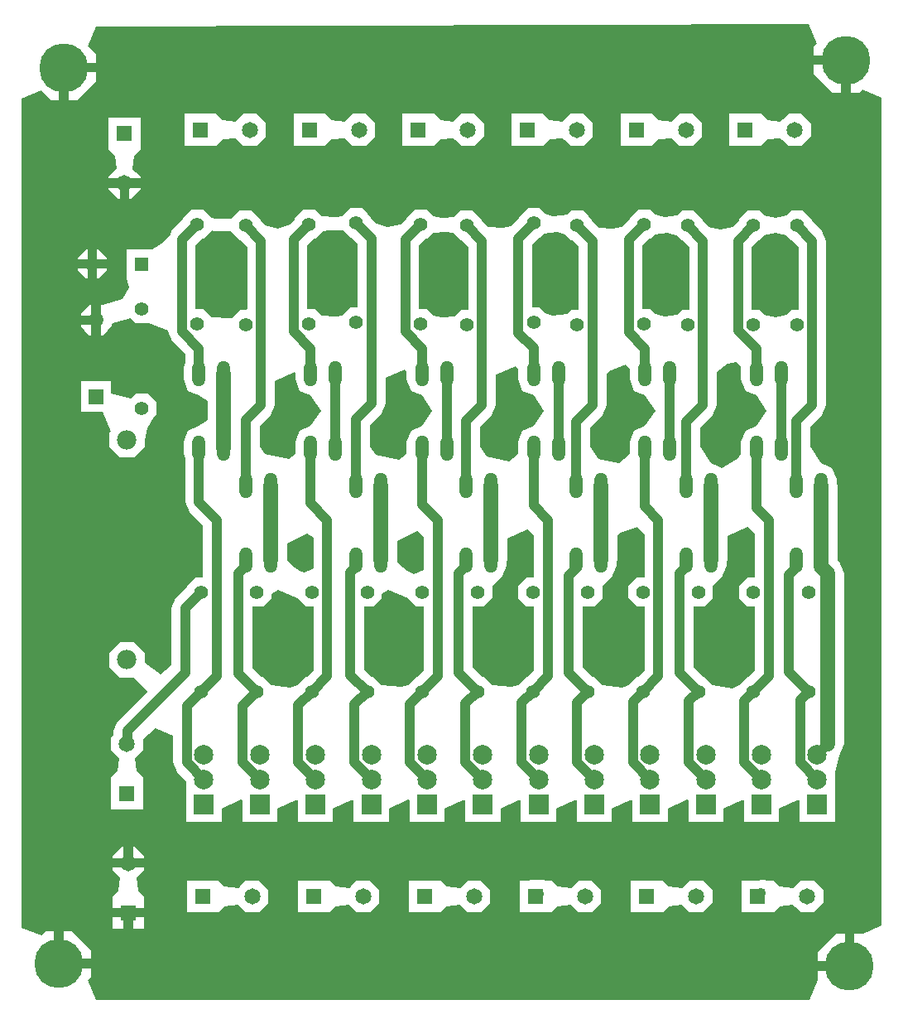
<source format=gbr>
G04*
G04 #@! TF.GenerationSoftware,Altium Limited,Altium Designer,22.4.2 (48)*
G04*
G04 Layer_Physical_Order=1*
G04 Layer_Color=255*
%FSLAX44Y44*%
%MOMM*%
G71*
G04*
G04 #@! TF.SameCoordinates,69224164-BCDE-4545-B53B-617D96EECF20*
G04*
G04*
G04 #@! TF.FilePolarity,Positive*
G04*
G01*
G75*
%ADD28C,1.5000*%
%ADD29C,1.0000*%
%ADD30C,5.0000*%
%ADD31C,1.6500*%
%ADD32R,1.6500X1.6500*%
%ADD33C,1.3500*%
%ADD34R,1.3500X1.3500*%
%ADD35C,1.4000*%
%ADD36O,1.3208X2.6416*%
%ADD37R,1.6500X1.6500*%
%ADD38C,1.9800*%
%ADD39C,1.5000*%
%ADD40R,1.5000X1.5000*%
%ADD41R,1.9950X1.9950*%
%ADD42C,1.9950*%
G36*
X1013992Y1188931D02*
X1010940Y1185879D01*
Y1177210D01*
X1043940D01*
Y1172210D01*
X1048940D01*
Y1139210D01*
X1057609D01*
X1060770Y1142371D01*
X1080770Y1134087D01*
Y288313D01*
X1061419Y279380D01*
X1060770Y279380D01*
X1052750D01*
Y246380D01*
X1047750D01*
Y241380D01*
X1014750D01*
Y232711D01*
X1015371Y232090D01*
X1007087Y212090D01*
X276883D01*
X268599Y232090D01*
X271760Y235251D01*
Y243920D01*
X238760D01*
Y248920D01*
X233760D01*
Y281920D01*
X225091D01*
X220660Y277489D01*
X200660Y285773D01*
X200660Y1132817D01*
X220660Y1141101D01*
X230171Y1131590D01*
X238840D01*
Y1164590D01*
X243840D01*
Y1169590D01*
X276840D01*
Y1178259D01*
X268565Y1186534D01*
X276822Y1206561D01*
X1005681Y1208905D01*
X1013992Y1188931D01*
D02*
G37*
%LPC*%
G36*
X1038940Y1167210D02*
X1010940D01*
Y1158541D01*
X1030271Y1139210D01*
X1038940D01*
Y1167210D01*
D02*
G37*
G36*
X276840Y1159590D02*
X248840D01*
Y1131590D01*
X257509D01*
X276840Y1150921D01*
Y1159590D01*
D02*
G37*
G36*
X957320Y1117340D02*
Y1117340D01*
X924820D01*
Y1084840D01*
X957320D01*
Y1084840D01*
X963669Y1091018D01*
X963669Y1091018D01*
Y1091018D01*
X977320Y1092659D01*
X979137Y1090842D01*
Y1090841D01*
X979539Y1090440D01*
X985139Y1084840D01*
X998601D01*
X1008120Y1094359D01*
Y1107821D01*
X998601Y1117340D01*
X985139D01*
X979539Y1111740D01*
X979137Y1111339D01*
Y1111339D01*
X977320Y1109521D01*
X963669Y1111162D01*
Y1111162D01*
X963669Y1111162D01*
X957320Y1117340D01*
D02*
G37*
G36*
X845814D02*
Y1117340D01*
X813314D01*
Y1084840D01*
X845814D01*
Y1084840D01*
X852163Y1091018D01*
X852163Y1091018D01*
Y1091018D01*
X865814Y1092659D01*
X867632Y1090842D01*
Y1090841D01*
X868033Y1090440D01*
X873633Y1084840D01*
X887095D01*
X896614Y1094359D01*
Y1107821D01*
X887095Y1117340D01*
X873633D01*
X868033Y1111740D01*
X867632Y1111339D01*
Y1111339D01*
X865814Y1109521D01*
X852163Y1111162D01*
Y1111162D01*
X852163Y1111162D01*
X845814Y1117340D01*
D02*
G37*
G36*
X734308D02*
Y1117340D01*
X701808D01*
Y1084840D01*
X734308D01*
Y1084840D01*
X740657Y1091018D01*
X740657Y1091018D01*
Y1091018D01*
X754308Y1092659D01*
X756125Y1090842D01*
Y1090842D01*
X756527Y1090440D01*
X762127Y1084840D01*
X775589D01*
X785108Y1094359D01*
X785108Y1100897D01*
Y1107821D01*
X775589Y1117340D01*
X762127D01*
X756527Y1111740D01*
X756125Y1111339D01*
Y1111339D01*
X754308Y1109521D01*
X740657Y1111162D01*
Y1111162D01*
X740657Y1111162D01*
X734308Y1117340D01*
D02*
G37*
G36*
X622802D02*
Y1117340D01*
X590302D01*
Y1084840D01*
X622802D01*
Y1084840D01*
X629151Y1091018D01*
X629151Y1091018D01*
Y1091018D01*
X642802Y1092659D01*
X644620Y1090842D01*
Y1090842D01*
X645021Y1090440D01*
X650621Y1084840D01*
X664083D01*
X673602Y1094359D01*
X673602Y1100897D01*
Y1107821D01*
X664083Y1117340D01*
X650621D01*
X645021Y1111740D01*
X644620Y1111339D01*
Y1111339D01*
X642802Y1109521D01*
X629151Y1111162D01*
Y1111162D01*
X629151Y1111162D01*
X622802Y1117340D01*
D02*
G37*
G36*
X511296D02*
Y1117340D01*
X478796D01*
Y1084840D01*
X511296D01*
Y1084840D01*
X517645Y1091018D01*
X517645Y1091018D01*
Y1091018D01*
X531296Y1092659D01*
X533114Y1090842D01*
Y1090842D01*
X533515Y1090440D01*
X539115Y1084840D01*
X552577D01*
X562096Y1094359D01*
X562096Y1100897D01*
Y1107821D01*
X552577Y1117340D01*
X539115D01*
X533515Y1111740D01*
X533114Y1111339D01*
Y1111339D01*
X531296Y1109521D01*
X517645Y1111162D01*
Y1111162D01*
X517645Y1111162D01*
X511296Y1117340D01*
D02*
G37*
G36*
X399790D02*
Y1117340D01*
X367290D01*
Y1084840D01*
X399790D01*
Y1084840D01*
X406139Y1091018D01*
X406139Y1091018D01*
Y1091018D01*
X419790Y1092659D01*
X421608Y1090842D01*
Y1090842D01*
X422009Y1090440D01*
X427609Y1084840D01*
X441071D01*
X450590Y1094359D01*
X450590Y1100897D01*
Y1107821D01*
X441071Y1117340D01*
X427609D01*
X422009Y1111740D01*
X421608Y1111339D01*
Y1111339D01*
X419790Y1109521D01*
X406139Y1111162D01*
Y1111162D01*
X406139Y1111162D01*
X399790Y1117340D01*
D02*
G37*
G36*
X322320Y1113530D02*
X289820D01*
Y1081030D01*
X289820D01*
X295998Y1074681D01*
X295998Y1074681D01*
X295998D01*
X297639Y1061030D01*
X295821Y1059212D01*
X295821D01*
X295420Y1058811D01*
X289820Y1053211D01*
Y1051480D01*
X306070D01*
X322320D01*
Y1053211D01*
X317697Y1057834D01*
X314501Y1061030D01*
X316142Y1074681D01*
X316142D01*
X316142Y1074681D01*
X322320Y1081030D01*
X322320D01*
Y1113530D01*
D02*
G37*
G36*
X322320Y1041480D02*
X311070D01*
Y1030230D01*
X312801D01*
X317697Y1035126D01*
X322320Y1039749D01*
Y1041480D01*
D02*
G37*
G36*
X301070D02*
X289820D01*
Y1039749D01*
X299339Y1030230D01*
X301070D01*
Y1041480D01*
D02*
G37*
G36*
X536851Y1020840D02*
X532638Y1016627D01*
X528923Y1012912D01*
X522107Y1012153D01*
X508202Y1012386D01*
X505502Y1015086D01*
X505502Y1015086D01*
X504777Y1015810D01*
X501017Y1019570D01*
X488591D01*
X479804Y1010783D01*
X479804Y1009470D01*
X474580Y1004245D01*
X463317Y1000225D01*
X449505Y1003729D01*
X445034Y1008199D01*
Y1009513D01*
X441603Y1012945D01*
X436247Y1018300D01*
X423821D01*
X418645Y1013124D01*
X415504Y1009983D01*
X399937Y1010501D01*
X395656Y1010643D01*
X395504Y1010783D01*
X390598Y1015689D01*
X390598Y1015689D01*
X390344Y1015944D01*
X386717Y1019570D01*
X374291D01*
X365504Y1010783D01*
Y1009470D01*
X354794Y998760D01*
X352138Y992348D01*
X343985Y984576D01*
X334671Y978680D01*
X330673Y978680D01*
X308300D01*
Y949343D01*
X308300Y949180D01*
X310817Y939694D01*
X303962Y928141D01*
X283280Y921910D01*
X281860D01*
Y906410D01*
Y890910D01*
X283280D01*
X288343Y895973D01*
X292360Y899990D01*
X292562Y900867D01*
X293519Y903810D01*
X302832Y906122D01*
X312019Y908402D01*
X313751Y907096D01*
X312360Y908487D01*
X312360D01*
X317637Y903210D01*
X330063D01*
X330673Y903820D01*
X350673Y895535D01*
Y895096D01*
X354794Y885146D01*
X368199Y871742D01*
Y862965D01*
X366463Y858774D01*
Y845566D01*
X371093Y834389D01*
X382270Y829759D01*
X390893Y823997D01*
Y804143D01*
X382270Y798381D01*
X371093Y793751D01*
X366463Y782574D01*
Y769366D01*
X368199Y765174D01*
Y720598D01*
X372320Y710648D01*
X386487Y696482D01*
Y643650D01*
X378597D01*
X369810Y634863D01*
Y633549D01*
X358350Y622090D01*
X354229Y612140D01*
Y553834D01*
X343253Y544631D01*
X326510Y556693D01*
Y556718D01*
X326510Y556718D01*
X326510Y556847D01*
Y566744D01*
X316024Y577230D01*
X301196D01*
X290710Y566744D01*
Y551915D01*
X301196Y541430D01*
X311093Y541430D01*
X311221D01*
X311221D01*
X315446Y541430D01*
X329179Y526879D01*
X298751Y496450D01*
X294629Y486500D01*
Y482710D01*
X292360Y480441D01*
Y466979D01*
X296983Y462356D01*
X300179Y459160D01*
X298538Y445509D01*
X298538D01*
X298538Y445509D01*
X292360Y439160D01*
X292360D01*
Y406660D01*
X324860D01*
Y439160D01*
X324860D01*
X318682Y445509D01*
X318682Y445509D01*
X318682D01*
X317041Y459160D01*
X318859Y460978D01*
X318859D01*
X319260Y461379D01*
X324860Y466979D01*
Y478415D01*
X337455Y489478D01*
X355753Y481715D01*
Y454406D01*
X359874Y444456D01*
X369375Y434955D01*
Y429435D01*
Y393505D01*
X405325D01*
Y407055D01*
X425325Y416268D01*
X426410Y415341D01*
Y393505D01*
X462360D01*
Y407055D01*
X482360Y416268D01*
X483444Y415340D01*
Y393505D01*
X519394D01*
Y407055D01*
X539394Y416268D01*
X540479Y415341D01*
Y393505D01*
X576428D01*
Y407055D01*
X596429Y416268D01*
X597513Y415341D01*
Y393505D01*
X633463D01*
Y407055D01*
X653463Y416268D01*
X654548Y415341D01*
Y393505D01*
X690498D01*
Y407055D01*
X710498Y416268D01*
X711582Y415340D01*
Y393505D01*
X747532D01*
Y407055D01*
X767532Y416268D01*
X768617Y415341D01*
Y393505D01*
X804567D01*
Y407055D01*
X824567Y416268D01*
X825651Y415341D01*
Y393505D01*
X861601D01*
Y407055D01*
X881601Y416268D01*
X882686Y415340D01*
Y393505D01*
X918636D01*
Y407055D01*
X938636Y416268D01*
X939720Y415341D01*
Y393505D01*
X975670D01*
Y407055D01*
X995670Y416268D01*
X996755Y415341D01*
Y393505D01*
X1032705D01*
Y429455D01*
Y444325D01*
X1037261Y461085D01*
X1042175Y472948D01*
Y647604D01*
X1042175Y647604D01*
X1037261Y659467D01*
X1037261Y659467D01*
X1035317Y661411D01*
Y737870D01*
X1034347Y740211D01*
Y744474D01*
X1029717Y755651D01*
X1025840Y757257D01*
X1018540Y760281D01*
X1007211Y777236D01*
Y797320D01*
X1019600Y809708D01*
X1023721Y819658D01*
Y987564D01*
X1019600Y997514D01*
X1008914Y1008199D01*
Y1009513D01*
X1000127Y1018300D01*
X987701D01*
X982839Y1013438D01*
X971689Y1011056D01*
X960540Y1013438D01*
X955677Y1018300D01*
X943251D01*
X934464Y1009513D01*
Y1008199D01*
X927815Y1001551D01*
X915774Y999117D01*
X903793Y1001561D01*
X897154Y1008199D01*
Y1009513D01*
X888367Y1018300D01*
X875941D01*
X871451Y1013810D01*
X864736Y1012726D01*
X858762Y1011761D01*
X849152Y1014336D01*
X843917Y1019570D01*
X831491D01*
X822704Y1010783D01*
X822704Y1009470D01*
X814786Y1001551D01*
X804855Y999544D01*
X791289Y1001035D01*
X784124Y1008199D01*
Y1009513D01*
X780693Y1012945D01*
X775337Y1018300D01*
X762911D01*
X758793Y1014182D01*
X752755Y1013510D01*
X744604Y1012602D01*
X736494Y1015234D01*
X730887Y1020840D01*
X718461D01*
X709674Y1012053D01*
X709674Y1010740D01*
X701384Y1002449D01*
X693255Y1000403D01*
X677887Y1001407D01*
X671094Y1008199D01*
Y1009513D01*
X662307Y1018300D01*
X649881D01*
X646420Y1014839D01*
X643595Y1012014D01*
X630663Y1011197D01*
X622348Y1012540D01*
X620001Y1014886D01*
X620001Y1014886D01*
X619582Y1015305D01*
X615317Y1019570D01*
X602891D01*
X594104Y1010783D01*
X594104Y1009470D01*
X588726Y1004091D01*
X575011Y1001319D01*
X564177Y1004627D01*
X558064Y1010740D01*
Y1012053D01*
X554633Y1015485D01*
X549277Y1020840D01*
X536851D01*
D02*
G37*
G36*
X279160Y978680D02*
X278050D01*
Y968930D01*
X287800D01*
Y970040D01*
X279160Y978680D01*
D02*
G37*
G36*
X268050D02*
X266940D01*
X258300Y970040D01*
Y968930D01*
X268050D01*
Y978680D01*
D02*
G37*
G36*
X287800Y958930D02*
X278050D01*
Y949180D01*
X279160D01*
X287800Y957820D01*
Y958930D01*
D02*
G37*
G36*
X268050D02*
X258300D01*
Y957820D01*
X266940Y949180D01*
X268050D01*
Y958930D01*
D02*
G37*
G36*
X270440Y921910D02*
X261360Y912831D01*
Y911410D01*
X271860D01*
Y921910D01*
X270440D01*
D02*
G37*
G36*
X271860Y901410D02*
X261360D01*
Y899990D01*
X265377Y895973D01*
X270440Y890910D01*
X271860D01*
Y901410D01*
D02*
G37*
G36*
X292360Y843910D02*
X261360D01*
Y812910D01*
X283591D01*
X291875Y792910D01*
X290710Y791745D01*
Y776916D01*
X301196Y766430D01*
X316024D01*
X326510Y776916D01*
Y783082D01*
X328942Y795762D01*
X336189Y807736D01*
X338850Y810397D01*
Y822823D01*
X330063Y831610D01*
X317637D01*
X312360Y826333D01*
X292360Y831297D01*
Y843910D01*
D02*
G37*
G36*
X316611Y368040D02*
X314880D01*
Y356790D01*
X326130D01*
Y358521D01*
X316611Y368040D01*
D02*
G37*
G36*
X304880D02*
X303149D01*
X293630Y358521D01*
Y356790D01*
X304880D01*
Y368040D01*
D02*
G37*
G36*
X884264Y333750D02*
X879641Y329127D01*
X876445Y325931D01*
X862794Y327572D01*
Y327572D01*
X862794Y327572D01*
X856445Y333750D01*
Y333750D01*
X823945D01*
Y301250D01*
X856445D01*
Y301250D01*
X862794Y307428D01*
X862794Y307428D01*
Y307428D01*
X876445Y309069D01*
X878263Y307251D01*
Y307251D01*
X878664Y306850D01*
X884264Y301250D01*
X897726D01*
X907245Y310769D01*
Y324231D01*
X902349Y329127D01*
X897726Y333750D01*
X884264D01*
D02*
G37*
G36*
X326130Y346790D02*
X309880D01*
X293630D01*
Y345059D01*
X299230Y339459D01*
X299632Y339058D01*
X299632D01*
X301449Y337240D01*
X299808Y323589D01*
X299808D01*
X299808Y323589D01*
X293630Y317240D01*
X293630D01*
Y305990D01*
X309880D01*
X326130D01*
Y317240D01*
X326130D01*
X319952Y323589D01*
X319952Y323589D01*
X319952D01*
X318311Y337240D01*
X320129Y339058D01*
X320129D01*
X320530Y339459D01*
X326130Y345059D01*
Y346790D01*
D02*
G37*
G36*
X957020Y334821D02*
X954434Y333750D01*
X937520D01*
Y301250D01*
X970020D01*
Y301250D01*
X976369Y307428D01*
X976369Y307428D01*
Y307428D01*
X990020Y309069D01*
X991837Y307251D01*
Y307251D01*
X992239Y306850D01*
X997839Y301250D01*
X1011301D01*
X1020820Y310769D01*
Y324231D01*
X1015924Y329127D01*
X1011301Y333750D01*
X997839D01*
X993216Y329127D01*
X990020Y325931D01*
X976369Y327572D01*
Y327572D01*
X976369Y327572D01*
X972255Y331576D01*
X970020Y333750D01*
X968026Y333914D01*
X957020Y334821D01*
D02*
G37*
G36*
X402149Y333750D02*
Y333750D01*
X369649D01*
Y301250D01*
X402149D01*
Y301250D01*
X408498Y307428D01*
X408498Y307428D01*
Y307428D01*
X422149Y309069D01*
X423966Y307251D01*
Y307251D01*
X424367Y306850D01*
X429968Y301250D01*
X443430D01*
X452949Y310769D01*
Y324231D01*
X443430Y333750D01*
X429968D01*
X424367Y328150D01*
X423966Y327748D01*
Y327748D01*
X422149Y325931D01*
X408498Y327572D01*
Y327572D01*
X408498Y327572D01*
X402149Y333750D01*
D02*
G37*
G36*
X729557Y334507D02*
X710371Y333750D01*
X710371Y333402D01*
X710371Y333402D01*
Y301250D01*
X742871D01*
Y301250D01*
X749220Y307428D01*
X749220Y307428D01*
Y307428D01*
X762871Y309069D01*
X764689Y307251D01*
Y307251D01*
X765090Y306850D01*
X770690Y301250D01*
X784152D01*
X793671Y310769D01*
X793671Y317307D01*
Y324231D01*
X784152Y333750D01*
X770690D01*
X765090Y328150D01*
X764689Y327748D01*
Y327748D01*
X762871Y325931D01*
X749220Y327572D01*
Y327572D01*
X749220Y327572D01*
X745070Y331610D01*
X742871Y333750D01*
X730070Y334478D01*
X729571Y334506D01*
X729570Y334506D01*
X729557Y334507D01*
D02*
G37*
G36*
X615488Y334012D02*
X596797Y333750D01*
X596797Y331063D01*
X596797Y331063D01*
Y301250D01*
X629297D01*
Y301250D01*
X635646Y307428D01*
X635646Y307428D01*
Y307428D01*
X649297Y309069D01*
X651115Y307251D01*
Y307251D01*
X651516Y306850D01*
X657116Y301250D01*
X670578D01*
X680097Y310769D01*
X680097Y317307D01*
Y324231D01*
X670578Y333750D01*
X657116D01*
X651516Y328150D01*
X651115Y327748D01*
Y327748D01*
X649297Y325931D01*
X635646Y327572D01*
Y327572D01*
X635646Y327572D01*
X629297Y333750D01*
X616698Y333989D01*
X615519Y334011D01*
X615518D01*
X615488Y334012D01*
D02*
G37*
G36*
X515723Y333750D02*
Y333750D01*
X483223D01*
Y301250D01*
X515723D01*
Y301250D01*
X522072Y307428D01*
X522072Y307428D01*
Y307428D01*
X535723Y309069D01*
X537540Y307251D01*
Y307251D01*
X537942Y306850D01*
X543542Y301250D01*
X557004D01*
X566523Y310769D01*
X566523Y317307D01*
Y324231D01*
X557004Y333750D01*
X543542D01*
X537942Y328150D01*
X537540Y327748D01*
Y327748D01*
X535723Y325931D01*
X522072Y327572D01*
Y327572D01*
X522072Y327572D01*
X515723Y333750D01*
D02*
G37*
G36*
X326130Y295990D02*
X314880D01*
Y284740D01*
X326130D01*
Y295990D01*
D02*
G37*
G36*
X304880D02*
X293630D01*
Y284740D01*
X304880D01*
Y295990D01*
D02*
G37*
G36*
X252429Y281920D02*
X243760D01*
Y253920D01*
X271760D01*
Y262589D01*
X252429Y281920D01*
D02*
G37*
G36*
X1042750Y279380D02*
X1034081D01*
X1014750Y260049D01*
Y251380D01*
X1042750D01*
Y279380D01*
D02*
G37*
%LPD*%
G36*
X757305Y993906D02*
X762911Y988300D01*
X764225D01*
X770789Y981736D01*
Y916700D01*
X762911D01*
X758793Y912582D01*
X744604Y911002D01*
X736494Y913634D01*
X730887Y919240D01*
X722985D01*
Y984251D01*
X729574Y990840D01*
X730887D01*
X735006Y994958D01*
X741044Y995630D01*
X749194Y996538D01*
X757305Y993906D01*
D02*
G37*
G36*
X529666Y998024D02*
X536851Y990840D01*
X538165D01*
X544729Y984276D01*
Y919240D01*
X536851D01*
X528923Y911312D01*
X522107Y910553D01*
X508202Y910786D01*
X501017Y917970D01*
X493115D01*
Y982981D01*
X499704Y989570D01*
X501017D01*
X505056Y993608D01*
X508946Y997498D01*
X515761Y998257D01*
X529666Y998024D01*
D02*
G37*
G36*
X870707Y993534D02*
X875941Y988300D01*
X877255D01*
X883819Y981736D01*
Y916700D01*
X875941D01*
X871451Y912210D01*
X858762Y910161D01*
X849152Y912736D01*
X843917Y917970D01*
X836015D01*
Y982981D01*
X842604Y989570D01*
X843917D01*
X848408Y994060D01*
X855122Y995144D01*
X861096Y996109D01*
X870707Y993534D01*
D02*
G37*
G36*
X642851Y995330D02*
X649881Y988300D01*
X651195D01*
X657759Y981736D01*
Y916700D01*
X649881D01*
X643595Y910414D01*
X630663Y909597D01*
X622348Y910940D01*
X615317Y917970D01*
X607415D01*
Y982981D01*
X614004Y989570D01*
X615317D01*
X618778Y993031D01*
X621604Y995856D01*
X634535Y996673D01*
X642851Y995330D01*
D02*
G37*
G36*
X982839Y993162D02*
X987701Y988300D01*
X989015D01*
X995579Y981736D01*
Y916700D01*
X987701D01*
X982839Y911838D01*
X971689Y909456D01*
X960540Y911838D01*
X955677Y916700D01*
X947775D01*
Y981711D01*
X954364Y988300D01*
X955677D01*
X960540Y993162D01*
X971689Y995544D01*
X982839Y993162D01*
D02*
G37*
G36*
X398141Y997784D02*
X410886Y997360D01*
X414883Y997227D01*
X415034Y997087D01*
X419940Y992181D01*
X419940Y992181D01*
X420195Y991926D01*
X423821Y988300D01*
X425135D01*
X431699Y981736D01*
Y917815D01*
X429738Y916700D01*
X423821D01*
X416015Y908894D01*
X415139Y908395D01*
X395504Y909048D01*
Y909183D01*
X386717Y917970D01*
X378815D01*
Y982981D01*
X385404Y989570D01*
X386717D01*
X395034Y997887D01*
X398141Y997784D01*
D02*
G37*
G36*
X480509Y852774D02*
Y845566D01*
X485139Y834389D01*
X496316Y829759D01*
X506799Y814070D01*
X496316Y798381D01*
X485139Y793751D01*
X480509Y782574D01*
Y769366D01*
X473855Y764878D01*
X449622Y769722D01*
X444601Y777236D01*
Y798590D01*
X455720Y809708D01*
X459841Y819658D01*
Y844557D01*
X479841Y853383D01*
X480509Y852774D01*
D02*
G37*
G36*
X594555Y854211D02*
Y845566D01*
X599185Y834389D01*
X610362Y829759D01*
X620845Y814070D01*
X610362Y798381D01*
X599185Y793751D01*
X594555Y782574D01*
Y769366D01*
X586592Y763800D01*
X562870Y768635D01*
X557123Y777236D01*
Y799352D01*
X568750Y810978D01*
X572871Y820928D01*
Y847408D01*
X592871Y855850D01*
X594555Y854211D01*
D02*
G37*
G36*
X708601Y856156D02*
Y845566D01*
X713231Y834389D01*
X724408Y829759D01*
X734891Y814070D01*
X724408Y798381D01*
X713231Y793751D01*
X708601Y782574D01*
Y769366D01*
X699384Y762441D01*
X676581Y766857D01*
X669645Y777236D01*
Y797574D01*
X681780Y809708D01*
X685901Y819658D01*
Y850570D01*
X686254Y851172D01*
X686399Y851316D01*
X705901Y859033D01*
X708601Y856156D01*
D02*
G37*
G36*
X822647Y857085D02*
Y845566D01*
X827277Y834389D01*
X838454Y829759D01*
X848937Y814070D01*
X838454Y798381D01*
X827277Y793751D01*
X822647Y782574D01*
Y769366D01*
X812278Y760571D01*
X790660Y764526D01*
X782167Y777236D01*
Y797066D01*
X794810Y809708D01*
X798931Y819658D01*
Y851787D01*
X801427Y854522D01*
X818931Y861225D01*
X822647Y857085D01*
D02*
G37*
G36*
X936693Y858774D02*
Y845566D01*
X941323Y834389D01*
X952500Y829759D01*
X962983Y814070D01*
X952500Y798381D01*
X941323Y793751D01*
X936693Y782574D01*
Y769366D01*
X933485Y765493D01*
X917195Y755651D01*
X913318Y757257D01*
X906018Y760281D01*
X894689Y777236D01*
Y796558D01*
X907840Y809708D01*
X911961Y819658D01*
Y853176D01*
X922623Y862095D01*
X931961Y864005D01*
X936693Y858774D01*
D02*
G37*
G36*
X499263Y684105D02*
Y653140D01*
X490215Y648871D01*
X485530Y650442D01*
X477569Y655572D01*
X472707Y661670D01*
Y678214D01*
X492707Y688665D01*
X499263Y684105D01*
D02*
G37*
G36*
X612293Y685154D02*
Y651295D01*
X602390Y646575D01*
X595308Y649892D01*
X585694Y658103D01*
X584651Y660275D01*
X585229Y661670D01*
Y680758D01*
X605229Y690597D01*
X612293Y685154D01*
D02*
G37*
G36*
X595639Y622437D02*
X604426Y613650D01*
X612293D01*
Y548604D01*
X605739Y542050D01*
X604426D01*
X595639Y533263D01*
X589182Y531510D01*
X569182Y533263D01*
X560395Y542050D01*
X559081D01*
X551281Y549850D01*
Y613650D01*
X560395D01*
X569182Y622437D01*
Y626522D01*
X575639Y630791D01*
X595639Y622437D01*
D02*
G37*
G36*
X725069Y686313D02*
Y643650D01*
X717340D01*
X708553Y634863D01*
Y622437D01*
X717340Y613650D01*
X725069D01*
Y548465D01*
X718654Y542050D01*
X717340D01*
X708553Y533263D01*
X702096Y531365D01*
X682096Y533263D01*
X673310Y542050D01*
X671996D01*
X661771Y552275D01*
Y613650D01*
X673310D01*
X682096Y622437D01*
Y634863D01*
X692151Y643888D01*
X692151Y643889D01*
X695175Y651189D01*
X696781Y655066D01*
Y659329D01*
X697751Y661670D01*
Y683044D01*
X717751Y692411D01*
X725069Y686313D01*
D02*
G37*
G36*
X482725Y622437D02*
X491511Y613650D01*
X499263D01*
Y548488D01*
X492825Y542050D01*
X491511D01*
X482725Y533263D01*
X476105Y531232D01*
X456267Y533263D01*
X447480Y542050D01*
X446167D01*
X436981Y551236D01*
Y613650D01*
X447480D01*
X456267Y622437D01*
Y626272D01*
X462725Y630438D01*
X482725Y622437D01*
D02*
G37*
G36*
X838099Y687501D02*
Y643650D01*
X830255D01*
X821468Y634863D01*
Y622437D01*
X830255Y613650D01*
X838099D01*
Y548580D01*
X831569Y542050D01*
X830255D01*
X821468Y533263D01*
X815011Y530689D01*
X795011Y533263D01*
X786224Y542050D01*
X784910D01*
X774801Y552159D01*
Y613650D01*
X786224D01*
X795011Y622437D01*
X795011Y634863D01*
X804673Y643889D01*
X809303Y655066D01*
Y659329D01*
X810273Y661670D01*
Y686188D01*
X813141Y688924D01*
X830273Y695194D01*
X838099Y687501D01*
D02*
G37*
G36*
X950151Y689194D02*
X950875Y687926D01*
Y643650D01*
X943170D01*
X934383Y634863D01*
Y622437D01*
X943170Y613650D01*
X950875D01*
Y548442D01*
X944483Y542050D01*
X943170D01*
X934383Y533263D01*
X927925Y529913D01*
X907925Y533263D01*
X899138Y542050D01*
X897825D01*
X887831Y552044D01*
Y613650D01*
X899138D01*
X907925Y622437D01*
X907925Y634863D01*
X917195Y643889D01*
X921825Y655066D01*
Y659329D01*
X922795Y661670D01*
Y685597D01*
X942795Y695144D01*
X950151Y689194D01*
D02*
G37*
D28*
X1018540Y654462D02*
Y737870D01*
X1025398Y472948D02*
Y647604D01*
X1018540Y654462D02*
X1025398Y647604D01*
X906018Y661670D02*
Y737870D01*
X793496Y661670D02*
Y737870D01*
X680974Y661670D02*
Y737870D01*
X455930Y661670D02*
Y737870D01*
X407670Y775970D02*
Y852170D01*
X568452Y661670D02*
Y737870D01*
D29*
X613047Y317500D02*
X615488Y319941D01*
X840195Y317500D02*
X841795Y319099D01*
X385899Y317500D02*
X387350Y318951D01*
X953770Y317500D02*
X957020Y320750D01*
X726621Y317500D02*
X729557Y320436D01*
X499473Y317500D02*
X501419Y319446D01*
X593344Y988810D02*
X609104Y1004570D01*
X323050Y963930D02*
X323450Y963530D01*
X434340Y1101089D02*
Y1101090D01*
X430034Y1003300D02*
X445770Y987564D01*
X985520Y646294D02*
X990600Y651374D01*
Y651658D01*
X985520Y547370D02*
Y646294D01*
Y547370D02*
X1005840Y527050D01*
X993140Y654198D02*
Y661670D01*
X990600Y651658D02*
X993140Y654198D01*
X873760Y647340D02*
X880618Y654198D01*
X873760Y546215D02*
Y647340D01*
Y546215D02*
X892925Y527050D01*
X880618Y654198D02*
Y661670D01*
X760730Y546331D02*
X780011Y527050D01*
X760730Y546331D02*
Y645160D01*
X767482Y661056D02*
X768096Y661670D01*
X767482Y651912D02*
Y661056D01*
X760730Y645160D02*
X767482Y651912D01*
X647700Y546446D02*
X667096Y527050D01*
X647700Y546446D02*
Y647604D01*
X655574Y655478D01*
Y661670D01*
X430530Y655224D02*
Y661670D01*
X422910Y545407D02*
X441267Y527050D01*
X422910Y647604D02*
X430530Y655224D01*
X422910Y545407D02*
Y647604D01*
X537210Y544022D02*
X554182Y527050D01*
X537210Y648356D02*
X543052Y654198D01*
X537210Y544022D02*
Y648356D01*
X543052Y654198D02*
Y661670D01*
X368300Y612140D02*
X384810Y628650D01*
X308700Y486500D02*
X368300Y546100D01*
Y612140D01*
X308610Y473710D02*
X308700Y473800D01*
Y486500D01*
X784860Y819658D02*
Y987564D01*
X768096Y737870D02*
Y802894D01*
X784860Y819658D01*
X382270Y720598D02*
Y775970D01*
Y720598D02*
X400558Y702310D01*
Y542798D02*
Y702310D01*
X384810Y527050D02*
X400558Y542798D01*
X610362Y718312D02*
Y775970D01*
Y718312D02*
X626364Y702310D01*
Y542775D02*
Y702310D01*
X610639Y527050D02*
X626364Y542775D01*
X838454Y716026D02*
Y775970D01*
Y716026D02*
X852170Y702310D01*
Y542752D02*
Y702310D01*
X836468Y527050D02*
X852170Y542752D01*
X496316Y719328D02*
Y775970D01*
Y719328D02*
X513334Y702310D01*
Y542659D02*
Y702310D01*
X497725Y527050D02*
X513334Y542659D01*
X724408Y717042D02*
Y775970D01*
Y717042D02*
X739140Y702310D01*
Y542636D02*
Y702310D01*
X723553Y527050D02*
X739140Y542636D01*
X952500Y714756D02*
Y775970D01*
Y714756D02*
X964946Y702310D01*
Y542613D02*
Y702310D01*
X949383Y527050D02*
X964946Y542613D01*
X430530Y737870D02*
Y804418D01*
X445770Y819658D01*
Y987564D01*
X364744Y988810D02*
X380504Y1004570D01*
X364744Y895096D02*
Y988810D01*
Y895096D02*
X382270Y877570D01*
Y852170D02*
Y877570D01*
X543052Y737870D02*
Y805180D01*
X558800Y820928D01*
Y990104D01*
X543064Y1005840D02*
X558800Y990104D01*
X479044Y988810D02*
X494804Y1004570D01*
X479044Y894842D02*
Y988810D01*
Y894842D02*
X496316Y877570D01*
Y852170D02*
Y877570D01*
X655574Y737870D02*
Y803402D01*
X671830Y819658D01*
Y987564D01*
X656094Y1003300D02*
X671830Y987564D01*
X593344Y894588D02*
Y988810D01*
Y894588D02*
X610362Y877570D01*
Y852170D02*
Y877570D01*
X769124Y1003300D02*
X784860Y987564D01*
X708914Y990080D02*
X724674Y1005840D01*
X708914Y893572D02*
Y990080D01*
Y893572D02*
X724408Y878078D01*
Y852170D02*
Y878078D01*
X880618Y737870D02*
Y802386D01*
X897890Y819658D01*
Y987564D01*
X882154Y1003300D02*
X897890Y987564D01*
X821944Y988810D02*
X837704Y1004570D01*
X821944Y894080D02*
Y988810D01*
Y894080D02*
X838454Y877570D01*
Y852170D02*
Y877570D01*
X993140Y737870D02*
Y803148D01*
X1009650Y819658D01*
Y987564D01*
X993914Y1003300D02*
X1009650Y987564D01*
X933704Y987540D02*
X949464Y1003300D01*
X933704Y895604D02*
Y987540D01*
Y895604D02*
X952500Y876808D01*
Y852170D02*
Y876808D01*
X997204Y454406D02*
X1014730Y436880D01*
X997204Y454406D02*
Y518414D01*
X1005840Y527050D01*
X940054Y517721D02*
X949383Y527050D01*
X940054Y454521D02*
Y517721D01*
Y454521D02*
X957695Y436880D01*
X882904Y454637D02*
X900661Y436880D01*
X882904Y454637D02*
Y517029D01*
X892925Y527050D01*
X826008Y516590D02*
X836468Y527050D01*
X826008Y454498D02*
Y516590D01*
Y454498D02*
X843626Y436880D01*
X768858Y515897D02*
X780011Y527050D01*
X768858Y454614D02*
Y515897D01*
Y454614D02*
X786592Y436880D01*
X711962Y515458D02*
X723553Y527050D01*
X711962Y454475D02*
Y515458D01*
Y454475D02*
X729557Y436880D01*
X654812Y454591D02*
X672523Y436880D01*
X654812Y454591D02*
Y514766D01*
X667096Y527050D01*
X597916Y514327D02*
X610639Y527050D01*
X597916Y454452D02*
Y514327D01*
Y454452D02*
X615488Y436880D01*
X540766Y513634D02*
X554182Y527050D01*
X540766Y454567D02*
Y513634D01*
Y454567D02*
X558453Y436880D01*
X483870Y454429D02*
X501419Y436880D01*
X483870Y454429D02*
Y513195D01*
X497725Y527050D01*
X426720Y454545D02*
X444385Y436880D01*
X426720Y454545D02*
Y512503D01*
X441267Y527050D01*
X369824Y454406D02*
X387350Y436880D01*
X369824Y454406D02*
Y512064D01*
X384810Y527050D01*
X1014730Y462280D02*
X1025398Y472948D01*
X977900Y775970D02*
Y852170D01*
X863854Y775970D02*
Y852170D01*
X749808Y775970D02*
Y852170D01*
X635762Y775970D02*
Y852170D01*
X521716Y775970D02*
Y852170D01*
D30*
X1043940Y1172210D02*
D03*
X1047750Y246380D02*
D03*
X238760Y248920D02*
D03*
X243840Y1164590D02*
D03*
D31*
X663847Y317500D02*
D03*
X306070Y1046480D02*
D03*
X309880Y351790D02*
D03*
X308610Y473710D02*
D03*
X436699Y317500D02*
D03*
X550273D02*
D03*
X777421D02*
D03*
X434340Y1101090D02*
D03*
X545846D02*
D03*
X657352D02*
D03*
X768858D02*
D03*
X890995Y317500D02*
D03*
X1004570D02*
D03*
X880364Y1101090D02*
D03*
X991870D02*
D03*
D32*
X613047Y317500D02*
D03*
X385899D02*
D03*
X499473D02*
D03*
X726621D02*
D03*
X383540Y1101090D02*
D03*
X495046D02*
D03*
X606552D02*
D03*
X718058D02*
D03*
X840195Y317500D02*
D03*
X953770D02*
D03*
X829564Y1101090D02*
D03*
X941070D02*
D03*
D33*
X273050Y963930D02*
D03*
D34*
X323050D02*
D03*
D35*
X323850Y918210D02*
D03*
Y816610D02*
D03*
X380504Y1004570D02*
D03*
Y902970D02*
D03*
X724674Y1005840D02*
D03*
Y904240D02*
D03*
X837704Y1004570D02*
D03*
Y902970D02*
D03*
X494804Y1004570D02*
D03*
Y902970D02*
D03*
X543064Y1005840D02*
D03*
Y904240D02*
D03*
X609104Y1004570D02*
D03*
Y902970D02*
D03*
X882154Y1003300D02*
D03*
Y901700D02*
D03*
X769124Y1003300D02*
D03*
Y901700D02*
D03*
X656094Y1003300D02*
D03*
Y901700D02*
D03*
X430034Y1003300D02*
D03*
Y901700D02*
D03*
X949464Y1003300D02*
D03*
Y901700D02*
D03*
X993914Y1003300D02*
D03*
Y901700D02*
D03*
X667096Y527050D02*
D03*
Y628650D02*
D03*
X441267Y527050D02*
D03*
Y628650D02*
D03*
X892925Y527050D02*
D03*
Y628650D02*
D03*
X384810Y527050D02*
D03*
Y628650D02*
D03*
X836468Y527050D02*
D03*
Y628650D02*
D03*
X610639Y527050D02*
D03*
Y628650D02*
D03*
X554182Y527050D02*
D03*
Y628650D02*
D03*
X780011Y527050D02*
D03*
Y628650D02*
D03*
X1005840Y527050D02*
D03*
Y628650D02*
D03*
X497725Y527050D02*
D03*
Y628650D02*
D03*
X723553Y527050D02*
D03*
Y628650D02*
D03*
X949383Y527050D02*
D03*
Y628650D02*
D03*
D36*
X543052Y661670D02*
D03*
X568452D02*
D03*
Y737870D02*
D03*
X543052D02*
D03*
X430530Y661670D02*
D03*
X455930D02*
D03*
Y737870D02*
D03*
X430530D02*
D03*
X880618Y661670D02*
D03*
X906018D02*
D03*
Y737870D02*
D03*
X880618D02*
D03*
X655574D02*
D03*
X680974D02*
D03*
Y661670D02*
D03*
X655574D02*
D03*
X382270Y852170D02*
D03*
X407670D02*
D03*
Y775970D02*
D03*
X382270D02*
D03*
X838454Y852170D02*
D03*
X863854D02*
D03*
Y775970D02*
D03*
X838454D02*
D03*
X610362Y852170D02*
D03*
X635762D02*
D03*
Y775970D02*
D03*
X610362D02*
D03*
X768096Y737870D02*
D03*
X793496D02*
D03*
Y661670D02*
D03*
X768096D02*
D03*
X993140Y737870D02*
D03*
X1018540D02*
D03*
Y661670D02*
D03*
X993140D02*
D03*
X496316Y852170D02*
D03*
X521716D02*
D03*
Y775970D02*
D03*
X496316D02*
D03*
X724408Y852170D02*
D03*
X749808D02*
D03*
Y775970D02*
D03*
X724408D02*
D03*
X952500Y852170D02*
D03*
X977900D02*
D03*
Y775970D02*
D03*
X952500D02*
D03*
D37*
X306070Y1097280D02*
D03*
X309880Y300990D02*
D03*
X308610Y422910D02*
D03*
D38*
Y784330D02*
D03*
Y559330D02*
D03*
D39*
X276860Y906410D02*
D03*
D40*
Y828410D02*
D03*
D41*
X387350Y411480D02*
D03*
X672523D02*
D03*
X444385D02*
D03*
X900661D02*
D03*
X843626D02*
D03*
X615488D02*
D03*
X558453D02*
D03*
X786592D02*
D03*
X1014730D02*
D03*
X501419D02*
D03*
X729557D02*
D03*
X957695D02*
D03*
D42*
X387350Y436880D02*
D03*
Y462280D02*
D03*
X672523D02*
D03*
Y436880D02*
D03*
X444385Y462280D02*
D03*
Y436880D02*
D03*
X900661Y462280D02*
D03*
Y436880D02*
D03*
X843626Y462280D02*
D03*
Y436880D02*
D03*
X615488Y462280D02*
D03*
Y436880D02*
D03*
X558453Y462280D02*
D03*
Y436880D02*
D03*
X786592Y462280D02*
D03*
Y436880D02*
D03*
X1014730Y462280D02*
D03*
Y436880D02*
D03*
X501419Y462280D02*
D03*
Y436880D02*
D03*
X729557Y462280D02*
D03*
Y436880D02*
D03*
X957695Y462280D02*
D03*
Y436880D02*
D03*
M02*

</source>
